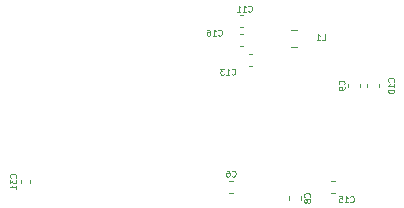
<source format=gbr>
%TF.GenerationSoftware,KiCad,Pcbnew,(5.1.9)-1*%
%TF.CreationDate,2021-09-23T16:30:08-05:00*%
%TF.ProjectId,zigbeeCape,7a696762-6565-4436-9170-652e6b696361,rev?*%
%TF.SameCoordinates,Original*%
%TF.FileFunction,Legend,Bot*%
%TF.FilePolarity,Positive*%
%FSLAX46Y46*%
G04 Gerber Fmt 4.6, Leading zero omitted, Abs format (unit mm)*
G04 Created by KiCad (PCBNEW (5.1.9)-1) date 2021-09-23 16:30:08*
%MOMM*%
%LPD*%
G01*
G04 APERTURE LIST*
%ADD10C,0.120000*%
%ADD11C,0.076200*%
G04 APERTURE END LIST*
D10*
%TO.C,L1*%
X42425252Y42747000D02*
X41902748Y42747000D01*
X42425252Y41327000D02*
X41902748Y41327000D01*
%TO.C,C13*%
X38627267Y40769000D02*
X38334733Y40769000D01*
X38627267Y39749000D02*
X38334733Y39749000D01*
%TO.C,C31*%
X19071000Y30087835D02*
X19071000Y29856165D01*
X19791000Y30087835D02*
X19791000Y29856165D01*
%TO.C,C8*%
X41781000Y28721267D02*
X41781000Y28428733D01*
X42801000Y28721267D02*
X42801000Y28428733D01*
%TO.C,C15*%
X45319733Y29974000D02*
X45612267Y29974000D01*
X45319733Y28954000D02*
X45612267Y28954000D01*
%TO.C,C6*%
X36976267Y29974000D02*
X36683733Y29974000D01*
X36976267Y28954000D02*
X36683733Y28954000D01*
%TO.C,C9*%
X47754000Y37953733D02*
X47754000Y38246267D01*
X46734000Y37953733D02*
X46734000Y38246267D01*
%TO.C,C10*%
X48385000Y37953733D02*
X48385000Y38246267D01*
X49405000Y37953733D02*
X49405000Y38246267D01*
%TO.C,C11*%
X37865267Y43051000D02*
X37572733Y43051000D01*
X37865267Y44071000D02*
X37572733Y44071000D01*
%TO.C,C16*%
X37865267Y41400000D02*
X37572733Y41400000D01*
X37865267Y42420000D02*
X37572733Y42420000D01*
%TO.C,L1*%
D11*
X44534666Y41934190D02*
X44776571Y41934190D01*
X44776571Y42442190D01*
X44099238Y41934190D02*
X44389523Y41934190D01*
X44244380Y41934190D02*
X44244380Y42442190D01*
X44292761Y42369619D01*
X44341142Y42321238D01*
X44389523Y42297047D01*
%TO.C,C13*%
X36902571Y39061571D02*
X36926761Y39037380D01*
X36999333Y39013190D01*
X37047714Y39013190D01*
X37120285Y39037380D01*
X37168666Y39085761D01*
X37192857Y39134142D01*
X37217047Y39230904D01*
X37217047Y39303476D01*
X37192857Y39400238D01*
X37168666Y39448619D01*
X37120285Y39497000D01*
X37047714Y39521190D01*
X36999333Y39521190D01*
X36926761Y39497000D01*
X36902571Y39472809D01*
X36418761Y39013190D02*
X36709047Y39013190D01*
X36563904Y39013190D02*
X36563904Y39521190D01*
X36612285Y39448619D01*
X36660666Y39400238D01*
X36709047Y39376047D01*
X36249428Y39521190D02*
X35934952Y39521190D01*
X36104285Y39327666D01*
X36031714Y39327666D01*
X35983333Y39303476D01*
X35959142Y39279285D01*
X35934952Y39230904D01*
X35934952Y39109952D01*
X35959142Y39061571D01*
X35983333Y39037380D01*
X36031714Y39013190D01*
X36176857Y39013190D01*
X36225238Y39037380D01*
X36249428Y39061571D01*
%TO.C,C31*%
X18596428Y30298571D02*
X18620619Y30322761D01*
X18644809Y30395333D01*
X18644809Y30443714D01*
X18620619Y30516285D01*
X18572238Y30564666D01*
X18523857Y30588857D01*
X18427095Y30613047D01*
X18354523Y30613047D01*
X18257761Y30588857D01*
X18209380Y30564666D01*
X18161000Y30516285D01*
X18136809Y30443714D01*
X18136809Y30395333D01*
X18161000Y30322761D01*
X18185190Y30298571D01*
X18136809Y30129238D02*
X18136809Y29814761D01*
X18330333Y29984095D01*
X18330333Y29911523D01*
X18354523Y29863142D01*
X18378714Y29838952D01*
X18427095Y29814761D01*
X18548047Y29814761D01*
X18596428Y29838952D01*
X18620619Y29863142D01*
X18644809Y29911523D01*
X18644809Y30056666D01*
X18620619Y30105047D01*
X18596428Y30129238D01*
X18644809Y29330952D02*
X18644809Y29621238D01*
X18644809Y29476095D02*
X18136809Y29476095D01*
X18209380Y29524476D01*
X18257761Y29572857D01*
X18281952Y29621238D01*
%TO.C,C8*%
X43488428Y28659666D02*
X43512619Y28683857D01*
X43536809Y28756428D01*
X43536809Y28804809D01*
X43512619Y28877380D01*
X43464238Y28925761D01*
X43415857Y28949952D01*
X43319095Y28974142D01*
X43246523Y28974142D01*
X43149761Y28949952D01*
X43101380Y28925761D01*
X43053000Y28877380D01*
X43028809Y28804809D01*
X43028809Y28756428D01*
X43053000Y28683857D01*
X43077190Y28659666D01*
X43246523Y28369380D02*
X43222333Y28417761D01*
X43198142Y28441952D01*
X43149761Y28466142D01*
X43125571Y28466142D01*
X43077190Y28441952D01*
X43053000Y28417761D01*
X43028809Y28369380D01*
X43028809Y28272619D01*
X43053000Y28224238D01*
X43077190Y28200047D01*
X43125571Y28175857D01*
X43149761Y28175857D01*
X43198142Y28200047D01*
X43222333Y28224238D01*
X43246523Y28272619D01*
X43246523Y28369380D01*
X43270714Y28417761D01*
X43294904Y28441952D01*
X43343285Y28466142D01*
X43440047Y28466142D01*
X43488428Y28441952D01*
X43512619Y28417761D01*
X43536809Y28369380D01*
X43536809Y28272619D01*
X43512619Y28224238D01*
X43488428Y28200047D01*
X43440047Y28175857D01*
X43343285Y28175857D01*
X43294904Y28200047D01*
X43270714Y28224238D01*
X43246523Y28272619D01*
%TO.C,C15*%
X46935571Y28266571D02*
X46959761Y28242380D01*
X47032333Y28218190D01*
X47080714Y28218190D01*
X47153285Y28242380D01*
X47201666Y28290761D01*
X47225857Y28339142D01*
X47250047Y28435904D01*
X47250047Y28508476D01*
X47225857Y28605238D01*
X47201666Y28653619D01*
X47153285Y28702000D01*
X47080714Y28726190D01*
X47032333Y28726190D01*
X46959761Y28702000D01*
X46935571Y28677809D01*
X46451761Y28218190D02*
X46742047Y28218190D01*
X46596904Y28218190D02*
X46596904Y28726190D01*
X46645285Y28653619D01*
X46693666Y28605238D01*
X46742047Y28581047D01*
X45992142Y28726190D02*
X46234047Y28726190D01*
X46258238Y28484285D01*
X46234047Y28508476D01*
X46185666Y28532666D01*
X46064714Y28532666D01*
X46016333Y28508476D01*
X45992142Y28484285D01*
X45967952Y28435904D01*
X45967952Y28314952D01*
X45992142Y28266571D01*
X46016333Y28242380D01*
X46064714Y28218190D01*
X46185666Y28218190D01*
X46234047Y28242380D01*
X46258238Y28266571D01*
%TO.C,C6*%
X36914666Y30425571D02*
X36938857Y30401380D01*
X37011428Y30377190D01*
X37059809Y30377190D01*
X37132380Y30401380D01*
X37180761Y30449761D01*
X37204952Y30498142D01*
X37229142Y30594904D01*
X37229142Y30667476D01*
X37204952Y30764238D01*
X37180761Y30812619D01*
X37132380Y30861000D01*
X37059809Y30885190D01*
X37011428Y30885190D01*
X36938857Y30861000D01*
X36914666Y30836809D01*
X36479238Y30885190D02*
X36576000Y30885190D01*
X36624380Y30861000D01*
X36648571Y30836809D01*
X36696952Y30764238D01*
X36721142Y30667476D01*
X36721142Y30473952D01*
X36696952Y30425571D01*
X36672761Y30401380D01*
X36624380Y30377190D01*
X36527619Y30377190D01*
X36479238Y30401380D01*
X36455047Y30425571D01*
X36430857Y30473952D01*
X36430857Y30594904D01*
X36455047Y30643285D01*
X36479238Y30667476D01*
X36527619Y30691666D01*
X36624380Y30691666D01*
X36672761Y30667476D01*
X36696952Y30643285D01*
X36721142Y30594904D01*
%TO.C,C9*%
X46409428Y38184666D02*
X46433619Y38208857D01*
X46457809Y38281428D01*
X46457809Y38329809D01*
X46433619Y38402380D01*
X46385238Y38450761D01*
X46336857Y38474952D01*
X46240095Y38499142D01*
X46167523Y38499142D01*
X46070761Y38474952D01*
X46022380Y38450761D01*
X45974000Y38402380D01*
X45949809Y38329809D01*
X45949809Y38281428D01*
X45974000Y38208857D01*
X45998190Y38184666D01*
X46457809Y37942761D02*
X46457809Y37846000D01*
X46433619Y37797619D01*
X46409428Y37773428D01*
X46336857Y37725047D01*
X46240095Y37700857D01*
X46046571Y37700857D01*
X45998190Y37725047D01*
X45974000Y37749238D01*
X45949809Y37797619D01*
X45949809Y37894380D01*
X45974000Y37942761D01*
X45998190Y37966952D01*
X46046571Y37991142D01*
X46167523Y37991142D01*
X46215904Y37966952D01*
X46240095Y37942761D01*
X46264285Y37894380D01*
X46264285Y37797619D01*
X46240095Y37749238D01*
X46215904Y37725047D01*
X46167523Y37700857D01*
%TO.C,C10*%
X50600428Y38426571D02*
X50624619Y38450761D01*
X50648809Y38523333D01*
X50648809Y38571714D01*
X50624619Y38644285D01*
X50576238Y38692666D01*
X50527857Y38716857D01*
X50431095Y38741047D01*
X50358523Y38741047D01*
X50261761Y38716857D01*
X50213380Y38692666D01*
X50165000Y38644285D01*
X50140809Y38571714D01*
X50140809Y38523333D01*
X50165000Y38450761D01*
X50189190Y38426571D01*
X50648809Y37942761D02*
X50648809Y38233047D01*
X50648809Y38087904D02*
X50140809Y38087904D01*
X50213380Y38136285D01*
X50261761Y38184666D01*
X50285952Y38233047D01*
X50140809Y37628285D02*
X50140809Y37579904D01*
X50165000Y37531523D01*
X50189190Y37507333D01*
X50237571Y37483142D01*
X50334333Y37458952D01*
X50455285Y37458952D01*
X50552047Y37483142D01*
X50600428Y37507333D01*
X50624619Y37531523D01*
X50648809Y37579904D01*
X50648809Y37628285D01*
X50624619Y37676666D01*
X50600428Y37700857D01*
X50552047Y37725047D01*
X50455285Y37749238D01*
X50334333Y37749238D01*
X50237571Y37725047D01*
X50189190Y37700857D01*
X50165000Y37676666D01*
X50140809Y37628285D01*
%TO.C,C11*%
X38299571Y44395571D02*
X38323761Y44371380D01*
X38396333Y44347190D01*
X38444714Y44347190D01*
X38517285Y44371380D01*
X38565666Y44419761D01*
X38589857Y44468142D01*
X38614047Y44564904D01*
X38614047Y44637476D01*
X38589857Y44734238D01*
X38565666Y44782619D01*
X38517285Y44831000D01*
X38444714Y44855190D01*
X38396333Y44855190D01*
X38323761Y44831000D01*
X38299571Y44806809D01*
X37815761Y44347190D02*
X38106047Y44347190D01*
X37960904Y44347190D02*
X37960904Y44855190D01*
X38009285Y44782619D01*
X38057666Y44734238D01*
X38106047Y44710047D01*
X37331952Y44347190D02*
X37622238Y44347190D01*
X37477095Y44347190D02*
X37477095Y44855190D01*
X37525476Y44782619D01*
X37573857Y44734238D01*
X37622238Y44710047D01*
%TO.C,C16*%
X35759571Y42363571D02*
X35783761Y42339380D01*
X35856333Y42315190D01*
X35904714Y42315190D01*
X35977285Y42339380D01*
X36025666Y42387761D01*
X36049857Y42436142D01*
X36074047Y42532904D01*
X36074047Y42605476D01*
X36049857Y42702238D01*
X36025666Y42750619D01*
X35977285Y42799000D01*
X35904714Y42823190D01*
X35856333Y42823190D01*
X35783761Y42799000D01*
X35759571Y42774809D01*
X35275761Y42315190D02*
X35566047Y42315190D01*
X35420904Y42315190D02*
X35420904Y42823190D01*
X35469285Y42750619D01*
X35517666Y42702238D01*
X35566047Y42678047D01*
X34840333Y42823190D02*
X34937095Y42823190D01*
X34985476Y42799000D01*
X35009666Y42774809D01*
X35058047Y42702238D01*
X35082238Y42605476D01*
X35082238Y42411952D01*
X35058047Y42363571D01*
X35033857Y42339380D01*
X34985476Y42315190D01*
X34888714Y42315190D01*
X34840333Y42339380D01*
X34816142Y42363571D01*
X34791952Y42411952D01*
X34791952Y42532904D01*
X34816142Y42581285D01*
X34840333Y42605476D01*
X34888714Y42629666D01*
X34985476Y42629666D01*
X35033857Y42605476D01*
X35058047Y42581285D01*
X35082238Y42532904D01*
%TD*%
M02*

</source>
